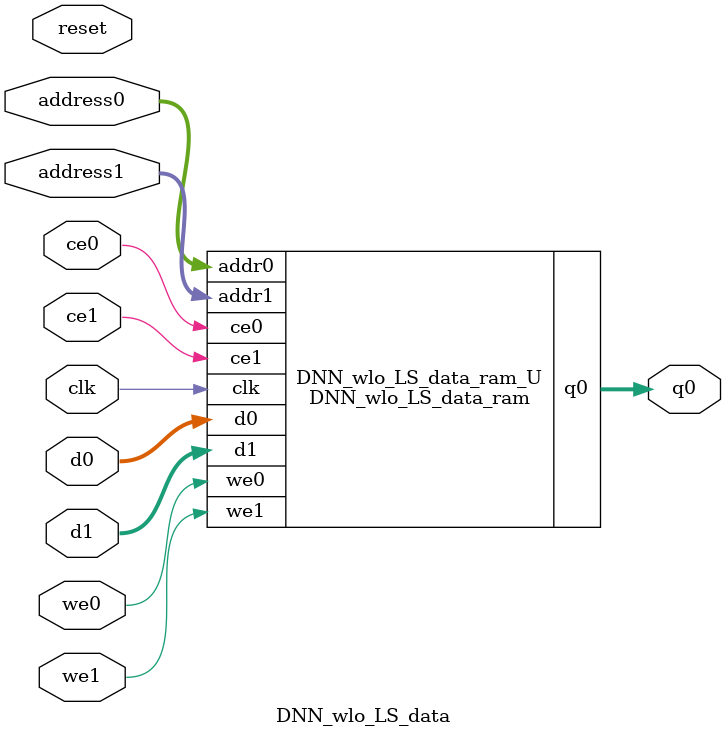
<source format=v>
`timescale 1 ns / 1 ps
module DNN_wlo_LS_data_ram (addr0, ce0, d0, we0, q0, addr1, ce1, d1, we1,  clk);

parameter DWIDTH = 16;
parameter AWIDTH = 7;
parameter MEM_SIZE = 104;

input[AWIDTH-1:0] addr0;
input ce0;
input[DWIDTH-1:0] d0;
input we0;
output reg[DWIDTH-1:0] q0;
input[AWIDTH-1:0] addr1;
input ce1;
input[DWIDTH-1:0] d1;
input we1;
input clk;

(* ram_style = "block" *)reg [DWIDTH-1:0] ram[0:MEM_SIZE-1];




always @(posedge clk)  
begin 
    if (ce0) 
    begin
        if (we0) 
        begin 
            ram[addr0] <= d0; 
        end 
        q0 <= ram[addr0];
    end
end


always @(posedge clk)  
begin 
    if (ce1) 
    begin
        if (we1) 
        begin 
            ram[addr1] <= d1; 
        end 
    end
end


endmodule

`timescale 1 ns / 1 ps
module DNN_wlo_LS_data(
    reset,
    clk,
    address0,
    ce0,
    we0,
    d0,
    q0,
    address1,
    ce1,
    we1,
    d1);

parameter DataWidth = 32'd16;
parameter AddressRange = 32'd104;
parameter AddressWidth = 32'd7;
input reset;
input clk;
input[AddressWidth - 1:0] address0;
input ce0;
input we0;
input[DataWidth - 1:0] d0;
output[DataWidth - 1:0] q0;
input[AddressWidth - 1:0] address1;
input ce1;
input we1;
input[DataWidth - 1:0] d1;



DNN_wlo_LS_data_ram DNN_wlo_LS_data_ram_U(
    .clk( clk ),
    .addr0( address0 ),
    .ce0( ce0 ),
    .we0( we0 ),
    .d0( d0 ),
    .q0( q0 ),
    .addr1( address1 ),
    .ce1( ce1 ),
    .we1( we1 ),
    .d1( d1 ));

endmodule


</source>
